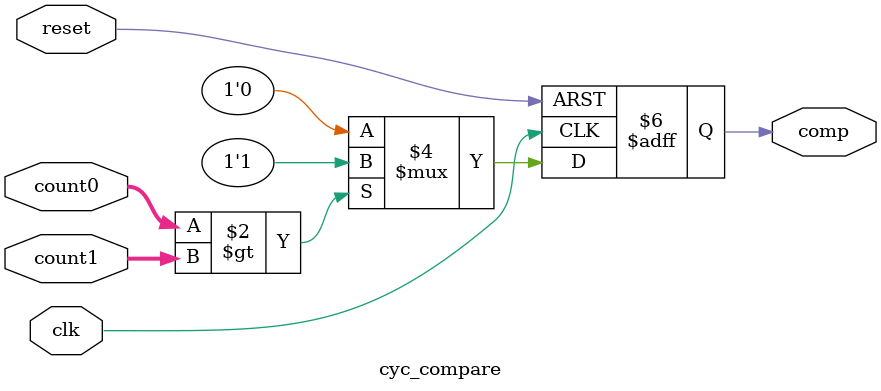
<source format=v>
module cyc_compare(
    input clk,
    input reset,
    input [3:0] count0,
    input [3:0] count1,
    output reg comp
    );

    always@(posedge clk, posedge reset) begin
        if(reset)
            comp <= 1'b0;
            
        else begin
            if(count0 > count1)
                comp <= 1'b1;
                
            else
                comp <= 1'b0;
        end
    end

endmodule

</source>
